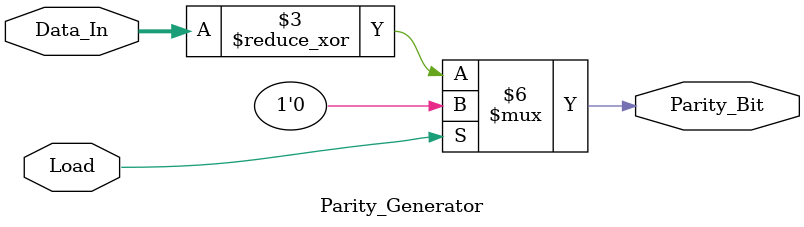
<source format=v>
`timescale 1ns / 1ps
module Parity_Generator(Parity_Bit, Load, Data_In);

output reg Parity_Bit = 0;
input [31:0]Data_In;
input Load;
always@(*)
begin
	if(Load == 0) Parity_Bit = ^Data_In;
	else Parity_Bit = 1'b0;
end
endmodule

</source>
